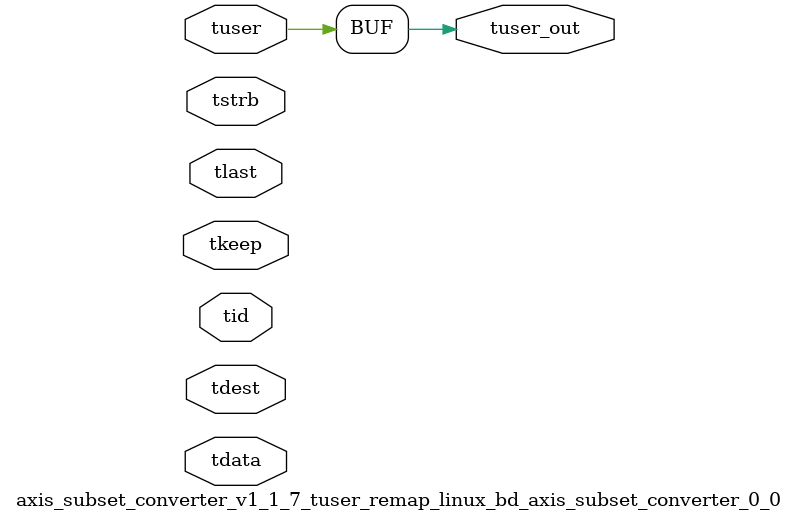
<source format=v>


`timescale 1ps/1ps

module axis_subset_converter_v1_1_7_tuser_remap_linux_bd_axis_subset_converter_0_0 #
(
parameter C_S_AXIS_TUSER_WIDTH = 1,
parameter C_S_AXIS_TDATA_WIDTH = 32,
parameter C_S_AXIS_TID_WIDTH   = 0,
parameter C_S_AXIS_TDEST_WIDTH = 0,
parameter C_M_AXIS_TUSER_WIDTH = 1
)
(
input  [(C_S_AXIS_TUSER_WIDTH == 0 ? 1 : C_S_AXIS_TUSER_WIDTH)-1:0     ] tuser,
input  [(C_S_AXIS_TDATA_WIDTH == 0 ? 1 : C_S_AXIS_TDATA_WIDTH)-1:0     ] tdata,
input  [(C_S_AXIS_TID_WIDTH   == 0 ? 1 : C_S_AXIS_TID_WIDTH)-1:0       ] tid,
input  [(C_S_AXIS_TDEST_WIDTH == 0 ? 1 : C_S_AXIS_TDEST_WIDTH)-1:0     ] tdest,
input  [(C_S_AXIS_TDATA_WIDTH/8)-1:0 ] tkeep,
input  [(C_S_AXIS_TDATA_WIDTH/8)-1:0 ] tstrb,
input                                                                    tlast,
output [C_M_AXIS_TUSER_WIDTH-1:0] tuser_out
);

assign tuser_out = {tuser[0:0]};

endmodule


</source>
